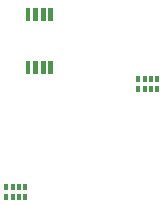
<source format=gtl>
G04 Layer: TopLayer*
G04 EasyEDA v6.4.7, 2020-10-05T14:23:05+01:00*
G04 2c2162e3dd23406bb5aba25b7724e7bd,81cdacc9909441f8a3d49748f20dc12b,10*
G04 Gerber Generator version 0.2*
G04 Scale: 100 percent, Rotated: No, Reflected: No *
G04 Dimensions in millimeters *
G04 leading zeros omitted , absolute positions ,3 integer and 3 decimal *
%FSLAX33Y33*%
%MOMM*%
G90*
D02*

%ADD11R,0.399999X0.549999*%
%ADD12R,0.299999X0.549999*%

%LPD*%
G54D11*
G01X2794Y19457D03*
G01X4394Y20255D03*
G01X4394Y19457D03*
G54D12*
G01X3345Y20255D03*
G01X3345Y19457D03*
G01X3843Y20255D03*
G01X3843Y19457D03*
G54D11*
G01X2794Y20255D03*
G01X13970Y28601D03*
G01X15570Y29399D03*
G01X15570Y28601D03*
G54D12*
G01X14521Y29399D03*
G01X14521Y28601D03*
G01X15019Y29399D03*
G01X15019Y28601D03*
G54D11*
G01X13970Y29399D03*
G36*
G01X4423Y30955D02*
G01X4822Y30955D01*
G01X4822Y29855D01*
G01X4423Y29855D01*
G01X4423Y30955D01*
G37*
G36*
G01X5058Y30955D02*
G01X5457Y30955D01*
G01X5457Y29855D01*
G01X5058Y29855D01*
G01X5058Y30955D01*
G37*
G36*
G01X5718Y30955D02*
G01X6117Y30955D01*
G01X6117Y29855D01*
G01X5718Y29855D01*
G01X5718Y30955D01*
G37*
G36*
G01X6353Y30955D02*
G01X6752Y30955D01*
G01X6752Y29855D01*
G01X6353Y29855D01*
G01X6353Y30955D01*
G37*
G36*
G01X6353Y35476D02*
G01X6752Y35476D01*
G01X6752Y34376D01*
G01X6353Y34376D01*
G01X6353Y35476D01*
G37*
G36*
G01X5718Y35476D02*
G01X6117Y35476D01*
G01X6117Y34376D01*
G01X5718Y34376D01*
G01X5718Y35476D01*
G37*
G36*
G01X5058Y35476D02*
G01X5457Y35476D01*
G01X5457Y34376D01*
G01X5058Y34376D01*
G01X5058Y35476D01*
G37*
G36*
G01X4423Y35476D02*
G01X4822Y35476D01*
G01X4822Y34376D01*
G01X4423Y34376D01*
G01X4423Y35476D01*
G37*
M00*
M02*

</source>
